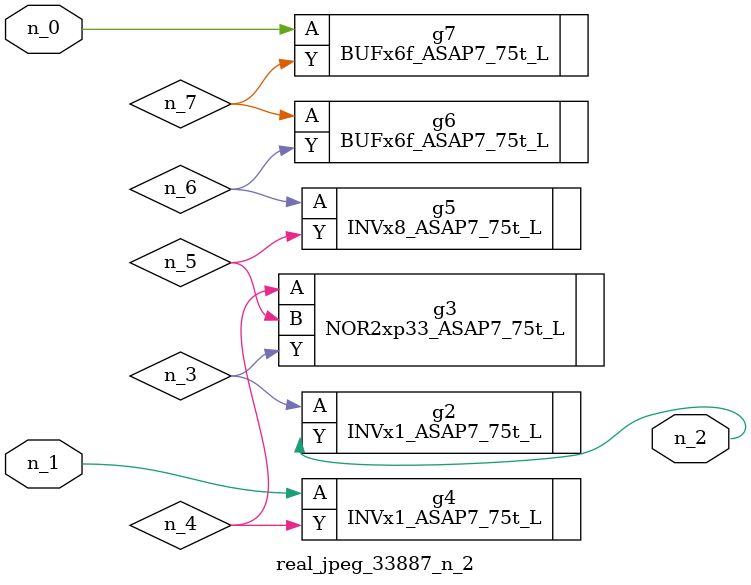
<source format=v>
module real_jpeg_33887_n_2 (n_1, n_0, n_2);

input n_1;
input n_0;

output n_2;

wire n_5;
wire n_4;
wire n_6;
wire n_7;
wire n_3;

BUFx6f_ASAP7_75t_L g7 ( 
.A(n_0),
.Y(n_7)
);

INVx1_ASAP7_75t_L g4 ( 
.A(n_1),
.Y(n_4)
);

INVx1_ASAP7_75t_L g2 ( 
.A(n_3),
.Y(n_2)
);

NOR2xp33_ASAP7_75t_L g3 ( 
.A(n_4),
.B(n_5),
.Y(n_3)
);

INVx8_ASAP7_75t_L g5 ( 
.A(n_6),
.Y(n_5)
);

BUFx6f_ASAP7_75t_L g6 ( 
.A(n_7),
.Y(n_6)
);


endmodule
</source>
